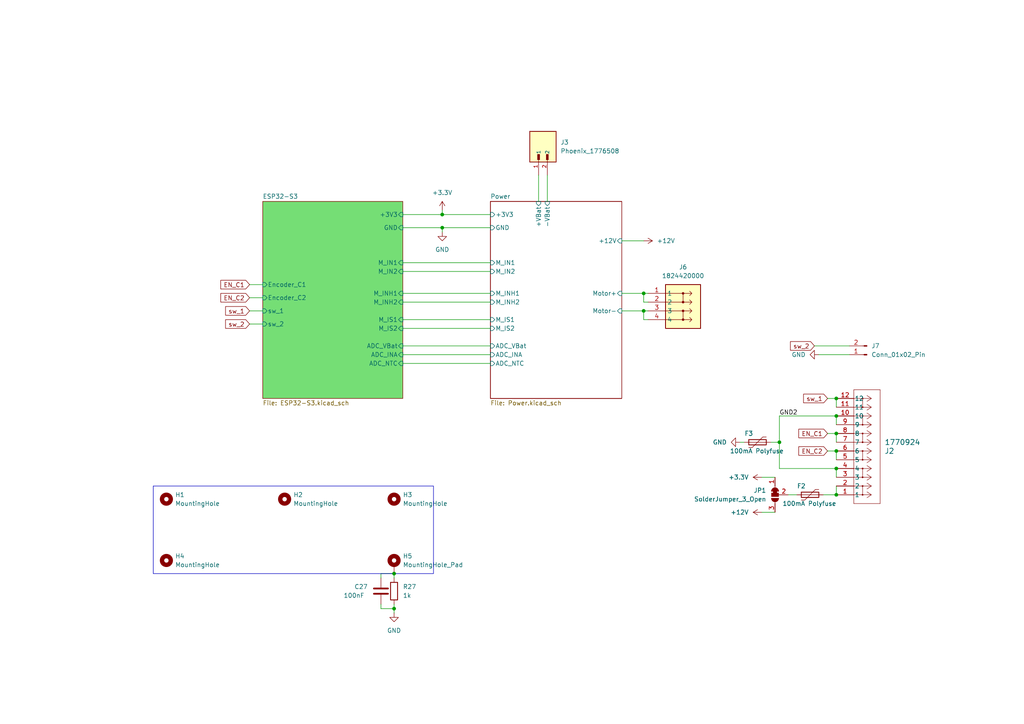
<source format=kicad_sch>
(kicad_sch (version 20230121) (generator eeschema)
  (paper "A4")
  (title_block (title "BugWiper 2.0 Controller PCB") (date "2025-01-27") (company "M. Scholjegerdes"))
  (lib_symbols
    (symbol "BugWiper_Lib:1770924" (pin_names (offset 0.254))
      (property "Reference" "J" (at 8.89 6.35 0))
      (property "Value" "1770924" (at 0 0 0))
      (symbol "1770924_0_1"
        (polyline (pts (xy 5.08 -30.48) (xy 12.7 -30.48)) (stroke (width 0.127)))
        (polyline (pts (xy 5.08 2.54) (xy 5.08 -30.48)) (stroke (width 0.127)))
        (polyline (pts (xy 7.62 -25.4) (xy 7.62 -27.94)) (stroke (width 0.127)))
        (polyline (pts (xy 7.62 -20.32) (xy 7.62 -22.86)) (stroke (width 0.127)))
        (polyline (pts (xy 7.62 -15.24) (xy 7.62 -17.78)) (stroke (width 0.127)))
        (polyline (pts (xy 7.62 -10.16) (xy 7.62 -12.7)) (stroke (width 0.127)))
        (polyline (pts (xy 7.62 -5.08) (xy 7.62 -7.62)) (stroke (width 0.127)))
        (polyline (pts (xy 7.62 0) (xy 7.62 -2.54)) (stroke (width 0.127)))
        (polyline (pts (xy 10.16 -27.94) (xy 5.08 -27.94)) (stroke (width 0.127)))
        (polyline (pts (xy 10.16 -27.94) (xy 8.89 -28.7867)) (stroke (width 0.127)))
        (polyline (pts (xy 10.16 -27.94) (xy 8.89 -27.0933)) (stroke (width 0.127)))
        (polyline (pts (xy 10.16 -25.4) (xy 5.08 -25.4)) (stroke (width 0.127)))
        (polyline (pts (xy 10.16 -25.4) (xy 8.89 -26.2467)) (stroke (width 0.127)))
        (polyline (pts (xy 10.16 -25.4) (xy 8.89 -24.5533)) (stroke (width 0.127)))
        (polyline (pts (xy 10.16 -22.86) (xy 5.08 -22.86)) (stroke (width 0.127)))
        (polyline (pts (xy 10.16 -22.86) (xy 8.89 -23.7067)) (stroke (width 0.127)))
        (polyline (pts (xy 10.16 -22.86) (xy 8.89 -22.0133)) (stroke (width 0.127)))
        (polyline (pts (xy 10.16 -20.32) (xy 5.08 -20.32)) (stroke (width 0.127)))
        (polyline (pts (xy 10.16 -20.32) (xy 8.89 -21.1667)) (stroke (width 0.127)))
        (polyline (pts (xy 10.16 -20.32) (xy 8.89 -19.4733)) (stroke (width 0.127)))
        (polyline (pts (xy 10.16 -17.78) (xy 5.08 -17.78)) (stroke (width 0.127)))
        (polyline (pts (xy 10.16 -17.78) (xy 8.89 -18.6267)) (stroke (width 0.127)))
        (polyline (pts (xy 10.16 -17.78) (xy 8.89 -16.9333)) (stroke (width 0.127)))
        (polyline (pts (xy 10.16 -15.24) (xy 5.08 -15.24)) (stroke (width 0.127)))
        (polyline (pts (xy 10.16 -15.24) (xy 8.89 -16.0867)) (stroke (width 0.127)))
        (polyline (pts (xy 10.16 -15.24) (xy 8.89 -14.3933)) (stroke (width 0.127)))
        (polyline (pts (xy 10.16 -12.7) (xy 5.08 -12.7)) (stroke (width 0.127)))
        (polyline (pts (xy 10.16 -12.7) (xy 8.89 -13.5467)) (stroke (width 0.127)))
        (polyline (pts (xy 10.16 -12.7) (xy 8.89 -11.8533)) (stroke (width 0.127)))
        (polyline (pts (xy 10.16 -10.16) (xy 5.08 -10.16)) (stroke (width 0.127)))
        (polyline (pts (xy 10.16 -10.16) (xy 8.89 -11.0067)) (stroke (width 0.127)))
        (polyline (pts (xy 10.16 -10.16) (xy 8.89 -9.3133)) (stroke (width 0.127)))
        (polyline (pts (xy 10.16 -7.62) (xy 5.08 -7.62)) (stroke (width 0.127)))
        (polyline (pts (xy 10.16 -7.62) (xy 8.89 -8.4667)) (stroke (width 0.127)))
        (polyline (pts (xy 10.16 -7.62) (xy 8.89 -6.7733)) (stroke (width 0.127)))
        (polyline (pts (xy 10.16 -5.08) (xy 5.08 -5.08)) (stroke (width 0.127)))
        (polyline (pts (xy 10.16 -5.08) (xy 8.89 -5.9267)) (stroke (width 0.127)))
        (polyline (pts (xy 10.16 -5.08) (xy 8.89 -4.2333)) (stroke (width 0.127)))
        (polyline (pts (xy 10.16 -2.54) (xy 5.08 -2.54)) (stroke (width 0.127)))
        (polyline (pts (xy 10.16 -2.54) (xy 8.89 -3.3867)) (stroke (width 0.127)))
        (polyline (pts (xy 10.16 -2.54) (xy 8.89 -1.6933)) (stroke (width 0.127)))
        (polyline (pts (xy 10.16 0) (xy 5.08 0)) (stroke (width 0.127)))
        (polyline (pts (xy 10.16 0) (xy 8.89 -0.8467)) (stroke (width 0.127)))
        (polyline (pts (xy 10.16 0) (xy 8.89 0.8467)) (stroke (width 0.127)))
        (polyline (pts (xy 12.7 -30.48) (xy 12.7 2.54)) (stroke (width 0.127)))
        (polyline (pts (xy 12.7 2.54) (xy 5.08 2.54)) (stroke (width 0.127)))
        (circle (center 7.62 -27.94) (radius 0.127) (stroke (width 0.254)))
        (circle (center 7.62 -25.4) (radius 0.127) (stroke (width 0.254)))
        (circle (center 7.62 -22.86) (radius 0.127) (stroke (width 0.254)))
        (circle (center 7.62 -20.32) (radius 0.127) (stroke (width 0.254)))
        (circle (center 7.62 -17.78) (radius 0.127) (stroke (width 0.254)))
        (circle (center 7.62 -15.24) (radius 0.127) (stroke (width 0.254)))
        (circle (center 7.62 -12.7) (radius 0.127) (stroke (width 0.254)))
        (circle (center 7.62 -10.16) (radius 0.127) (stroke (width 0.254)))
        (circle (center 7.62 -7.62) (radius 0.127) (stroke (width 0.254)))
        (circle (center 7.62 -5.08) (radius 0.127) (stroke (width 0.254)))
        (circle (center 7.62 -2.54) (radius 0.127) (stroke (width 0.254)))
        (circle (center 7.62 0) (radius 0.127) (stroke (width 0.254)))
        (pin unspecified line (at 0 0 0) (length 5.08) (name "1") (number "1"))
        (pin unspecified line (at 0 -22.86 0) (length 5.08) (name "10") (number "10"))
        (pin unspecified line (at 0 -25.4 0) (length 5.08) (name "11") (number "11"))
        (pin unspecified line (at 0 -27.94 0) (length 5.08) (name "12") (number "12"))
        (pin unspecified line (at 0 -2.54 0) (length 5.08) (name "2") (number "2"))
        (pin unspecified line (at 0 -5.08 0) (length 5.08) (name "3") (number "3"))
        (pin unspecified line (at 0 -7.62 0) (length 5.08) (name "4") (number "4"))
        (pin unspecified line (at 0 -10.16 0) (length 5.08) (name "5") (number "5"))
        (pin unspecified line (at 0 -12.7 0) (length 5.08) (name "6") (number "6"))
        (pin unspecified line (at 0 -15.24 0) (length 5.08) (name "7") (number "7"))
        (pin unspecified line (at 0 -17.78 0) (length 5.08) (name "8") (number "8"))
        (pin unspecified line (at 0 -20.32 0) (length 5.08) (name "9") (number "9"))
      )
    )
    (symbol "BugWiper_Lib:1824420000"
      (property "Reference" "J" (at 10.033 7.239 0))
      (property "Value" "1824420000" (at 4.064 4.699 0))
      (symbol "1824420000_0_1"
        (polyline (pts (xy 10.16 -7.62) (xy 12.7 -7.62)))
        (polyline (pts (xy 10.16 -5.08) (xy 12.7 -5.08)))
        (polyline (pts (xy 10.16 -2.54) (xy 12.7 -2.54)))
        (polyline (pts (xy 10.16 0) (xy 12.7 0)))
        (polyline (pts (xy 12.7 -2.54) (xy 12.065 -3.175)))
        (polyline (pts (xy 12.7 -2.54) (xy 12.065 -1.905)))
        (polyline (pts (xy 5.08 -5.08) (xy 10.16 -5.08) (xy 10.16 -7.62) (xy 5.08 -7.62)))
        (polyline (pts (xy 5.08 0) (xy 10.16 0) (xy 10.16 -2.54) (xy 5.08 -2.54)))
        (polyline (pts (xy 12.7 -7.62) (xy 12.065 -6.985) (xy 12.7 -7.62) (xy 12.065 -8.255)))
        (polyline (pts (xy 12.7 -5.08) (xy 12.065 -4.445) (xy 12.7 -5.08) (xy 12.065 -5.715)))
        (polyline (pts (xy 12.7 0) (xy 12.065 0.635) (xy 12.7 0) (xy 12.065 -0.635)))
      )
      (symbol "1824420000_1_1"
        (rectangle (start 5.08 2.54) (end 15.24 -10.16) (stroke (width 0.254)) (fill (type background)))
        (circle (center 10.16 -7.62) (radius 0.284) (fill (type outline)))
        (circle (center 10.16 -5.08) (radius 0.284) (fill (type outline)))
        (circle (center 10.16 -2.54) (radius 0.284) (fill (type outline)))
        (circle (center 10.16 0) (radius 0.284) (fill (type outline)))
        (pin passive line (at 0 0 0) (length 5.08) (name "1") (number "1"))
        (pin passive line (at 0 -2.54 0) (length 5.08) (name "2") (number "2"))
        (pin passive line (at 0 -5.08 0) (length 5.08) (name "3") (number "3"))
        (pin passive line (at 0 -7.62 0) (length 5.08) (name "4") (number "4"))
      )
    )
    (symbol "BugWiper_Lib:Phoenix_1776508" (pin_names (offset 1.016))
      (property "Reference" "J" (at -2.54 3.302 0))
      (property "Value" "Phoenix_1776508" (at -2.54 -7.62 0))
      (symbol "Phoenix_1776508_0_0"
        (rectangle (start -3.81 -5.08) (end 5.08 2.54) (stroke (width 0.254)) (fill (type background)))
        (rectangle (start -3.175 -2.8575) (end -1.5875 -2.2225) (stroke (width 0.1)) (fill (type outline)))
        (rectangle (start -3.175 -0.3175) (end -1.5875 0.3175) (stroke (width 0.1)) (fill (type outline)))
        (pin passive line (at -7.62 0 0) (length 5.08) (name "1") (number "1"))
        (pin passive line (at -7.62 -2.54 0) (length 5.08) (name "2") (number "2"))
      )
    )
    (symbol "Connector:Conn_01x02_Pin" (pin_names (offset 1.016) hide)
      (property "Reference" "J" (at 0 2.54 0))
      (property "Value" "Conn_01x02_Pin" (at 0 -5.08 0))
      (symbol "Conn_01x02_Pin_1_1"
        (polyline (pts (xy 1.27 -2.54) (xy 0.8636 -2.54)) (stroke (width 0.1524)))
        (polyline (pts (xy 1.27 0) (xy 0.8636 0)) (stroke (width 0.1524)))
        (rectangle (start 0.8636 -2.413) (end 0 -2.667) (stroke (width 0.1524)) (fill (type outline)))
        (rectangle (start 0.8636 0.127) (end 0 -0.127) (stroke (width 0.1524)) (fill (type outline)))
        (pin passive line (at 5.08 0 180) (length 3.81) (name "Pin_1") (number "1"))
        (pin passive line (at 5.08 -2.54 180) (length 3.81) (name "Pin_2") (number "2"))
      )
    )
    (symbol "Device:C" (pin_numbers hide) (pin_names (offset 0.254))
      (property "Reference" "C" (at 0.635 2.54 0))
      (property "Value" "C" (at 0.635 -2.54 0))
      (symbol "C_0_1"
        (polyline (pts (xy -2.032 -0.762) (xy 2.032 -0.762)) (stroke (width 0.508)))
        (polyline (pts (xy -2.032 0.762) (xy 2.032 0.762)) (stroke (width 0.508)))
      )
      (symbol "C_1_1"
        (pin passive line (at 0 3.81 270) (length 2.794) (name "~") (number "1"))
        (pin passive line (at 0 -3.81 90) (length 2.794) (name "~") (number "2"))
      )
    )
    (symbol "Device:Polyfuse" (pin_numbers hide) (pin_names (offset 0))
      (property "Reference" "F" (at -2.54 0 90))
      (property "Value" "Polyfuse" (at 2.54 0 90))
      (symbol "Polyfuse_0_1"
        (rectangle (start -0.762 2.54) (end 0.762 -2.54) (stroke (width 0.254)))
        (polyline (pts (xy 0 2.54) (xy 0 -2.54)))
        (polyline (pts (xy -1.524 2.54) (xy -1.524 1.524) (xy 1.524 -1.524) (xy 1.524 -2.54)))
      )
      (symbol "Polyfuse_1_1"
        (pin passive line (at 0 3.81 270) (length 1.27) (name "~") (number "1"))
        (pin passive line (at 0 -3.81 90) (length 1.27) (name "~") (number "2"))
      )
    )
    (symbol "Device:R" (pin_numbers hide) (pin_names (offset 0))
      (property "Reference" "R" (at 2.032 0 90))
      (property "Value" "R" (at 0 0 90))
      (symbol "R_0_1"
        (rectangle (start -1.016 -2.54) (end 1.016 2.54) (stroke (width 0.254)))
      )
      (symbol "R_1_1"
        (pin passive line (at 0 3.81 270) (length 1.27) (name "~") (number "1"))
        (pin passive line (at 0 -3.81 90) (length 1.27) (name "~") (number "2"))
      )
    )
    (symbol "Jumper:SolderJumper_3_Bridged12" (pin_names (offset 0) hide)
      (property "Reference" "JP" (at -2.54 -2.54 0))
      (property "Value" "SolderJumper_3_Bridged12" (at 0 2.794 0))
      (symbol "SolderJumper_3_Bridged12_0_1"
        (rectangle (start -1.016 0.508) (end -0.508 -0.508) (fill (type outline)))
        (arc (start -1.016 1.016) (mid -2.0276 0) (end -1.016 -1.016))
        (arc (start -1.016 1.016) (mid -2.0276 0) (end -1.016 -1.016) (fill (type outline)))
        (rectangle (start -0.508 1.016) (end 0.508 -1.016) (fill (type outline)))
        (polyline (pts (xy -2.54 0) (xy -2.032 0)))
        (polyline (pts (xy -1.016 1.016) (xy -1.016 -1.016)))
        (polyline (pts (xy 0 -1.27) (xy 0 -1.016)))
        (polyline (pts (xy 1.016 1.016) (xy 1.016 -1.016)))
        (polyline (pts (xy 2.54 0) (xy 2.032 0)))
        (arc (start 1.016 -1.016) (mid 2.0276 0) (end 1.016 1.016))
        (arc (start 1.016 -1.016) (mid 2.0276 0) (end 1.016 1.016) (fill (type outline)))
      )
      (symbol "SolderJumper_3_Bridged12_1_1"
        (pin passive line (at -5.08 0 0) (length 2.54) (name "A") (number "1"))
        (pin passive line (at 0 -3.81 90) (length 2.54) (name "C") (number "2"))
        (pin passive line (at 5.08 0 180) (length 2.54) (name "B") (number "3"))
      )
    )
    (symbol "Mechanical:MountingHole" (pin_names (offset 1.016))
      (property "Reference" "H" (at 0 5.08 0))
      (property "Value" "MountingHole" (at 0 3.175 0))
      (symbol "MountingHole_0_1"
        (circle (center 0 0) (radius 1.27) (stroke (width 1.27)))
      )
    )
    (symbol "Mechanical:MountingHole_Pad" (pin_numbers hide) (pin_names (offset 1.016) hide)
      (property "Reference" "H" (at 0 6.35 0))
      (property "Value" "MountingHole_Pad" (at 0 4.445 0))
      (symbol "MountingHole_Pad_0_1"
        (circle (center 0 1.27) (radius 1.27) (stroke (width 1.27)))
      )
      (symbol "MountingHole_Pad_1_1"
        (pin input line (at 0 -2.54 90) (length 2.54) (name "1") (number "1"))
      )
    )
    (symbol "power:+12V" (power) (pin_names (offset 0))
      (property "Value" "+12V" (at 0 3.556 0))
      (symbol "+12V_0_1"
        (polyline (pts (xy -0.762 1.27) (xy 0 2.54)))
        (polyline (pts (xy 0 0) (xy 0 2.54)))
        (polyline (pts (xy 0 2.54) (xy 0.762 1.27)))
      )
      (symbol "+12V_1_1"
        (pin power_in line (at 0 0 90) (length 0) hide (name "+12V") (number "1"))
      )
    )
    (symbol "power:+3.3V" (power) (pin_names (offset 0))
      (property "Value" "+3.3V" (at 0 3.556 0))
      (symbol "+3.3V_0_1"
        (polyline (pts (xy -0.762 1.27) (xy 0 2.54)))
        (polyline (pts (xy 0 0) (xy 0 2.54)))
        (polyline (pts (xy 0 2.54) (xy 0.762 1.27)))
      )
      (symbol "+3.3V_1_1"
        (pin power_in line (at 0 0 90) (length 0) hide (name "+3.3V") (number "1"))
      )
    )
    (symbol "power:GND" (power) (pin_names (offset 0))
      (property "Value" "GND" (at 0 -3.81 0))
      (symbol "GND_0_1"
        (polyline (pts (xy 0 0) (xy 0 -1.27) (xy 1.27 -1.27) (xy 0 -2.54) (xy -1.27 -1.27) (xy 0 -1.27)))
      )
      (symbol "GND_1_1"
        (pin power_in line (at 0 0 270) (length 0) hide (name "GND") (number "1"))
      )
    )
  )
  (junction (at 226.06 128.27))
  (junction (at 114.3 176.53))
  (junction (at 114.3 166.37))
  (junction (at 242.57 135.89))
  (junction (at 128.27 62.23))
  (junction (at 242.57 130.81))
  (junction (at 242.57 120.65))
  (junction (at 186.69 85.09))
  (junction (at 242.57 125.73))
  (junction (at 128.27 66.04))
  (junction (at 242.57 115.57))
  (junction (at 242.57 143.51))
  (junction (at 186.69 90.17))
  (wire (pts (xy 242.57 130.81) (xy 242.57 133.35)))
  (wire (pts (xy 223.52 128.27) (xy 226.06 128.27)))
  (wire (pts (xy 72.39 90.17) (xy 76.2 90.17)))
  (wire (pts (xy 214.63 128.27) (xy 215.9 128.27)))
  (wire (pts (xy 128.27 66.04) (xy 128.27 67.31)))
  (wire (pts (xy 180.34 90.17) (xy 186.69 90.17)))
  (wire (pts (xy 180.34 85.09) (xy 186.69 85.09)))
  (wire (pts (xy 226.06 120.65) (xy 226.06 128.27)))
  (wire (pts (xy 226.06 135.89) (xy 242.57 135.89)))
  (wire (pts (xy 116.84 87.63) (xy 142.24 87.63)))
  (wire (pts (xy 186.69 90.17) (xy 186.69 92.71)))
  (wire (pts (xy 226.06 120.65) (xy 242.57 120.65)))
  (wire (pts (xy 156.21 50.8) (xy 156.21 58.42)))
  (wire (pts (xy 116.84 92.71) (xy 142.24 92.71)))
  (wire (pts (xy 220.98 148.59) (xy 224.79 148.59)))
  (wire (pts (xy 116.84 76.2) (xy 142.24 76.2)))
  (wire (pts (xy 240.03 130.81) (xy 242.57 130.81)))
  (wire (pts (xy 180.34 69.85) (xy 186.69 69.85)))
  (wire (pts (xy 110.49 176.53) (xy 110.49 175.26)))
  (wire (pts (xy 116.84 105.41) (xy 142.24 105.41)))
  (wire (pts (xy 240.03 115.57) (xy 242.57 115.57)))
  (wire (pts (xy 114.3 176.53) (xy 114.3 177.8)))
  (wire (pts (xy 240.03 125.73) (xy 242.57 125.73)))
  (wire (pts (xy 236.22 100.33) (xy 246.38 100.33)))
  (wire (pts (xy 186.69 85.09) (xy 186.69 87.63)))
  (wire (pts (xy 116.84 66.04) (xy 128.27 66.04)))
  (wire (pts (xy 220.98 138.43) (xy 224.79 138.43)))
  (wire (pts (xy 72.39 86.36) (xy 76.2 86.36)))
  (wire (pts (xy 116.84 100.33) (xy 142.24 100.33)))
  (wire (pts (xy 128.27 60.96) (xy 128.27 62.23)))
  (wire (pts (xy 242.57 140.97) (xy 242.57 143.51)))
  (wire (pts (xy 186.69 90.17) (xy 187.96 90.17)))
  (wire (pts (xy 228.6 143.51) (xy 231.14 143.51)))
  (wire (pts (xy 226.06 128.27) (xy 226.06 135.89)))
  (wire (pts (xy 128.27 62.23) (xy 142.24 62.23)))
  (wire (pts (xy 116.84 102.87) (xy 142.24 102.87)))
  (wire (pts (xy 116.84 85.09) (xy 142.24 85.09)))
  (wire (pts (xy 116.84 62.23) (xy 128.27 62.23)))
  (wire (pts (xy 128.27 66.04) (xy 142.24 66.04)))
  (wire (pts (xy 158.75 50.8) (xy 158.75 58.42)))
  (wire (pts (xy 110.49 166.37) (xy 114.3 166.37)))
  (wire (pts (xy 242.57 125.73) (xy 242.57 128.27)))
  (wire (pts (xy 187.96 87.63) (xy 186.69 87.63)))
  (wire (pts (xy 242.57 115.57) (xy 242.57 118.11)))
  (wire (pts (xy 186.69 85.09) (xy 187.96 85.09)))
  (wire (pts (xy 72.39 82.55) (xy 76.2 82.55)))
  (wire (pts (xy 114.3 176.53) (xy 114.3 175.26)))
  (wire (pts (xy 110.49 176.53) (xy 114.3 176.53)))
  (wire (pts (xy 116.84 95.25) (xy 142.24 95.25)))
  (wire (pts (xy 242.57 120.65) (xy 242.57 123.19)))
  (wire (pts (xy 242.57 135.89) (xy 242.57 138.43)))
  (wire (pts (xy 116.84 78.74) (xy 142.24 78.74)))
  (wire (pts (xy 72.39 93.98) (xy 76.2 93.98)))
  (wire (pts (xy 238.76 143.51) (xy 242.57 143.51)))
  (wire (pts (xy 114.3 166.37) (xy 114.3 167.64)))
  (wire (pts (xy 110.49 166.37) (xy 110.49 167.64)))
  (wire (pts (xy 187.96 92.71) (xy 186.69 92.71)))
  (wire (pts (xy 237.49 102.87) (xy 246.38 102.87)))
  (rectangle (start 44.45 140.97) (end 125.73 166.37))
  (label "GND2" (at 226.06 120.65 0))
  (global_label "EN_C1" (shape input) (at 240.03 125.73 180) (property "Intersheetrefs" "${INTERSHEET_REFS}" (effects hide)))
  (global_label "sw_2" (shape input) (at 72.39 93.98 180) (property "Intersheetrefs" "${INTERSHEET_REFS}" (effects hide)))
  (global_label "sw_1" (shape input) (at 72.39 90.17 180) (property "Intersheetrefs" "${INTERSHEET_REFS}" (effects hide)))
  (global_label "EN_C2" (shape input) (at 72.39 86.36 180) (property "Intersheetrefs" "${INTERSHEET_REFS}" (effects hide)))
  (global_label "EN_C2" (shape input) (at 240.03 130.81 180) (property "Intersheetrefs" "${INTERSHEET_REFS}" (effects hide)))
  (global_label "sw_1" (shape input) (at 240.03 115.57 180) (property "Intersheetrefs" "${INTERSHEET_REFS}" (effects hide)))
  (global_label "sw_2" (shape input) (at 236.22 100.33 180) (property "Intersheetrefs" "${INTERSHEET_REFS}" (effects hide)))
  (global_label "EN_C1" (shape input) (at 72.39 82.55 180) (property "Intersheetrefs" "${INTERSHEET_REFS}" (effects hide)))
  (symbol (lib_id "Device:Polyfuse") (at 219.71 128.27 270) (unit 1)
    (property "Reference" "F3" (at 218.44 125.73 90) (effects (justify right)))
    (property "Value" "100mA Polyfuse" (at 227.33 130.81 90) (effects (justify right)))
    (property "Footprint" "Resistor_SMD:R_1206_3216Metric" (effects hide))
    (property "Datasheet" "https://eu.mouser.com/datasheet/2/87/eaton_pts1206_6_60_volt_dc_surface_mount_resettabl-1608737.pdf" (effects hide))
    (property "Description" "100mA resettable FUSE" (effects hide))
    (property "Manufacturer_Name" "Eaton Electronics" (effects hide))
    (property "Manufacturer_Part_Number" "PTS120630V012" (effects hide))
    (property "Price" "0,108€" (effects hide))
    (property "Mouser Part Number" "504-PTS120630V012" (effects hide))
    (property "Mouser Price/Stock" "0,108€" (effects hide))
  )
  (symbol (lib_id "power:+3.3V") (at 220.98 138.43 90) (unit 1)
    (property "Reference" "#PWR065" (effects hide))
    (property "Value" "+3.3V" (at 217.17 138.43 90) (effects (justify left)))
  )
  (symbol (lib_id "BugWiper_Lib:1770924") (at 242.57 143.51 0) (mirror x) (unit 1)
    (property "Reference" "J2" (at 256.54 130.81 0) (effects (font (size 1.524 1.524)) (justify left)))
    (property "Value" "1770924" (at 256.54 128.27 0) (effects (font (size 1.524 1.524)) (justify left)))
    (property "Footprint" "CONN_1814537" (effects hide))
    (property "Datasheet" "1770924" (effects hide))
    (property "Manufacturer_Name" "Phoenix Contact" (effects hide))
    (property "Manufacturer_Part_Number" "1770924" (effects hide))
    (property "Mouser Part Number" "651-1770924" (effects hide))
    (property "Mouser Price/Stock" "1,29 €" (effects hide))
  )
  (symbol (lib_id "Jumper:SolderJumper_3_Bridged12") (at 224.79 143.51 90) (mirror x) (unit 1)
    (property "Reference" "JP1" (at 222.25 142.24 90) (effects (justify left)))
    (property "Value" "SolderJumper_3_Open" (at 222.25 144.78 90) (effects (justify left)))
    (property "Footprint" "BugWiper_lib:SolderJumper_R_SMD_0603" (effects hide))
  )
  (symbol (lib_id "BugWiper_Lib:Phoenix_1776508") (at 156.21 43.18 90) (unit 1)
    (property "Reference" "J3" (at 162.56 41.275 90) (effects (justify right)))
    (property "Value" "Phoenix_1776508" (at 162.56 43.815 90) (effects (justify right)))
    (property "Footprint" "BugWiper_lib:PHOENIX_1776508" (effects hide))
    (property "PARTREV" "06.02.2024" (effects hide))
    (property "MAXIMUM_PACKAGE_HEIGHT" "8.75mm" (effects hide))
    (property "MANUFACTURER" "Phoenix Contact" (effects hide))
    (property "Manufacturer_Name" "Phoenix Contact" (effects hide))
    (property "Description" " 2 Pos 5.08mm pitch Through Hole Header" (effects hide))
    (property "Manufacturer_Part_Number" "1776508" (effects hide))
    (property "Mouser Part Number" "651-1776508" (effects hide))
    (property "Mouser Price/Stock" "1,83 €" (effects hide))
  )
  (symbol (lib_id "Device:Polyfuse") (at 234.95 143.51 270) (unit 1)
    (property "Reference" "F2" (at 233.68 140.97 90) (effects (justify right)))
    (property "Value" "100mA Polyfuse" (at 242.57 146.05 90) (effects (justify right)))
    (property "Footprint" "Resistor_SMD:R_1206_3216Metric" (effects hide))
    (property "Datasheet" "https://eu.mouser.com/datasheet/2/87/eaton_pts1206_6_60_volt_dc_surface_mount_resettabl-1608737.pdf" (effects hide))
    (property "Description" "100mA resettable FUSE" (effects hide))
    (property "Manufacturer_Name" "Eaton Electronics" (effects hide))
    (property "Manufacturer_Part_Number" "PTS120630V012" (effects hide))
    (property "Price" "0,108€" (effects hide))
    (property "Mouser Part Number" "504-PTS120630V012" (effects hide))
    (property "Mouser Price/Stock" "0,108€" (effects hide))
  )
  (symbol (lib_id "power:+12V") (at 186.69 69.85 270) (unit 1)
    (property "Reference" "#PWR063" (effects hide))
    (property "Value" "+12V" (at 190.5 69.85 90) (effects (justify left)))
  )
  (symbol (lib_id "Mechanical:MountingHole") (at 114.3 144.78 0) (unit 1)
    (property "Reference" "H3" (at 116.84 143.51 0) (effects (justify left)))
    (property "Value" "MountingHole" (at 116.84 146.05 0) (effects (justify left)))
    (property "Footprint" "MountingHole:MountingHole_3.2mm_M3_DIN965_Pad" (effects hide))
  )
  (symbol (lib_id "Connector:Conn_01x02_Pin") (at 251.46 102.87 180) (unit 1)
    (property "Reference" "J7" (at 252.73 100.33 0) (effects (justify right)))
    (property "Value" "Conn_01x02_Pin" (at 252.73 102.87 0) (effects (justify right)))
    (property "Footprint" "BugWiper_lib:JST_XH_B2B-XH-AM_1x02_P2.50mm_Vertical" (effects hide))
    (property "Manufacturer_Name" "JST" (effects hide))
    (property "Manufacturer_Part_Number" "B2B-XH-AM(LF)(SN)" (effects hide))
    (property "Mouser Part Number" "306-B2B-XH-AMLFSNP" (effects hide))
    (property "Mouser Price/Stock" "0,152 €" (effects hide))
  )
  (symbol (lib_id "power:+12V") (at 220.98 148.59 90) (unit 1)
    (property "Reference" "#PWR064" (effects hide))
    (property "Value" "+12V" (at 217.17 148.59 90) (effects (justify left)))
  )
  (symbol (lib_id "power:GND") (at 128.27 67.31 0) (unit 1)
    (property "Reference" "#PWR033" (effects hide))
    (property "Value" "GND" (at 128.27 72.39 0))
  )
  (symbol (lib_id "power:GND") (at 237.49 102.87 270) (unit 1)
    (property "Reference" "#PWR072" (effects hide))
    (property "Value" "GND" (at 233.68 102.87 90) (effects (justify right)))
  )
  (symbol (lib_id "Mechanical:MountingHole") (at 48.26 144.78 0) (unit 1)
    (property "Reference" "H1" (at 50.8 143.51 0) (effects (justify left)))
    (property "Value" "MountingHole" (at 50.8 146.05 0) (effects (justify left)))
    (property "Footprint" "MountingHole:MountingHole_3.2mm_M3_DIN965_Pad" (effects hide))
  )
  (symbol (lib_id "power:+3.3V") (at 128.27 60.96 0) (unit 1)
    (property "Reference" "#PWR062" (effects hide))
    (property "Value" "+3.3V" (at 128.27 55.88 0))
  )
  (symbol (lib_id "Device:C") (at 110.49 171.45 0) (mirror y) (unit 1)
    (property "Reference" "C27" (at 106.68 170.18 0) (effects (justify left)))
    (property "Value" "100nF " (at 106.68 172.72 0) (effects (justify left)))
    (property "Footprint" "Capacitor_SMD:C_0603_1608Metric" (effects hide))
    (property "Description" "100nF+/-10% 50V X7R 0603" (effects hide))
    (property "Manufacturer_Name" "Samsung" (effects hide))
    (property "Manufacturer_Part_Number" "CL10B104KB8NNNC" (effects hide))
    (property "Mouser Part Number" "187-CL10B104KB8NNNC" (effects hide))
    (property "Mouser Price/Stock" "0,01 €" (effects hide))
  )
  (symbol (lib_id "Mechanical:MountingHole_Pad") (at 114.3 163.83 0) (unit 1)
    (property "Reference" "H5" (at 116.84 161.29 0) (effects (justify left)))
    (property "Value" "MountingHole_Pad" (at 116.84 163.83 0) (effects (justify left)))
    (property "Footprint" "MountingHole:MountingHole_3.2mm_M3_DIN965_Pad_TopBottom" (effects hide))
  )
  (symbol (lib_id "power:GND") (at 114.3 177.8 0) (unit 1)
    (property "Reference" "#PWR034" (effects hide))
    (property "Value" "GND" (at 114.3 182.88 0))
  )
  (symbol (lib_id "Mechanical:MountingHole") (at 82.55 144.78 0) (unit 1)
    (property "Reference" "H2" (at 85.09 143.51 0) (effects (justify left)))
    (property "Value" "MountingHole" (at 85.09 146.05 0) (effects (justify left)))
    (property "Footprint" "MountingHole:MountingHole_3.2mm_M3_DIN965_Pad" (effects hide))
  )
  (symbol (lib_id "Device:R") (at 114.3 171.45 0) (unit 1)
    (property "Reference" "R27" (at 116.84 170.18 0) (effects (justify left)))
    (property "Value" "1k" (at 116.84 172.72 0) (effects (justify left)))
    (property "Footprint" "Resistor_SMD:R_0603_1608Metric" (effects hide))
  )
  (symbol (lib_id "BugWiper_Lib:1824420000") (at 187.96 85.09 0) (unit 1)
    (property "Reference" "J6" (at 198.12 77.47 0))
    (property "Value" "1824420000" (at 198.12 80.01 0))
    (property "Footprint" "BugWiper_lib:SHDR4W80P700X350_2X2_770X1400X850P" (effects hide))
    (property "Datasheet" "http://catalog.weidmueller.com/createDatasheetForMobile.do?ordernumber=1824420000&scope1=1&scope2=1&localeId=en" (effects hide))
    (property "Height" "8.5" (effects hide))
    (property "Mouser Part Number" "470-1824420000" (effects hide))
    (property "Mouser Price/Stock" "1,11 €" (effects hide))
    (property "Manufacturer_Name" "Weidmuller" (effects hide))
    (property "Manufacturer_Part_Number" "1824420000" (effects hide))
  )
  (symbol (lib_id "Mechanical:MountingHole") (at 48.26 162.56 0) (unit 1)
    (property "Reference" "H4" (at 50.8 161.29 0) (effects (justify left)))
    (property "Value" "MountingHole" (at 50.8 163.83 0) (effects (justify left)))
    (property "Footprint" "MountingHole:MountingHole_3.2mm_M3_DIN965_Pad" (effects hide))
  )
  (symbol (lib_id "power:GND") (at 214.63 128.27 270) (unit 1)
    (property "Reference" "#PWR074" (effects hide))
    (property "Value" "GND" (at 210.82 128.27 90) (effects (justify right)))
  )
  (sheet (at 142.24 58.42) (size 38.1 57.15) (stroke (width 0.1524))
    (property "Sheetname" "Power" (at 142.24 57.7084 0) (effects (justify left bottom)))
    (property "Sheetfile" "Power.kicad_sch" (at 142.24 116.1546 0) (effects (justify left top)))
    (pin "+VBat" input (at 156.21 58.42 90))
    (pin "Motor+" input (at 180.34 85.09 0))
    (pin "Motor-" input (at 180.34 90.17 0))
    (pin "ADC_VBat" input (at 142.24 100.33 180))
    (pin "-VBat" input (at 158.75 58.42 90))
    (pin "M_IN1" input (at 142.24 76.2 180))
    (pin "M_IS2" input (at 142.24 95.25 180))
    (pin "M_IS1" input (at 142.24 92.71 180))
    (pin "M_IN2" input (at 142.24 78.74 180))
    (pin "M_INH2" input (at 142.24 87.63 180))
    (pin "M_INH1" input (at 142.24 85.09 180))
    (pin "+3V3" input (at 142.24 62.23 180))
    (pin "GND" input (at 142.24 66.04 180))
    (pin "ADC_INA" input (at 142.24 102.87 180))
    (pin "ADC_NTC" input (at 142.24 105.41 180))
    (pin "+12V" input (at 180.34 69.85 0))
  )
  (sheet (at 76.2 58.42) (size 40.64 57.15) (stroke (width 0.1524)) (fill (color 0 194 0 0.5400))
    (property "Sheetname" "ESP32-S3" (at 76.2 57.7084 0) (effects (justify left bottom)))
    (property "Sheetfile" "ESP32-S3.kicad_sch" (at 76.2 116.1546 0) (effects (justify left top)))
    (pin "+3V3" input (at 116.84 62.23 0))
    (pin "GND" input (at 116.84 66.04 0))
    (pin "Encoder_C1" input (at 76.2 82.55 180))
    (pin "Encoder_C2" input (at 76.2 86.36 180))
    (pin "ADC_VBat" input (at 116.84 100.33 0))
    (pin "M_IS2" input (at 116.84 95.25 0))
    (pin "M_IS1" input (at 116.84 92.71 0))
    (pin "M_IN1" input (at 116.84 76.2 0))
    (pin "M_IN2" input (at 116.84 78.74 0))
    (pin "M_INH1" input (at 116.84 85.09 0))
    (pin "M_INH2" input (at 116.84 87.63 0))
    (pin "ADC_INA" input (at 116.84 102.87 0))
    (pin "ADC_NTC" input (at 116.84 105.41 0))
    (pin "sw_1" input (at 76.2 90.17 180))
    (pin "sw_2" input (at 76.2 93.98 180))
  )
)
</source>
